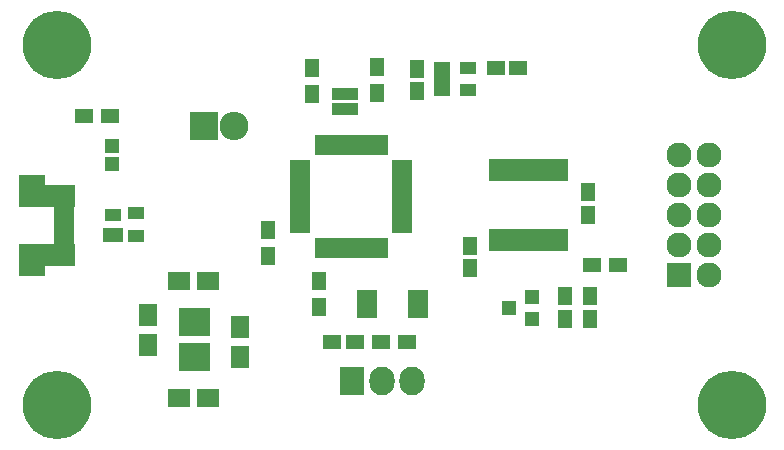
<source format=gts>
G04 #@! TF.FileFunction,Soldermask,Top*
%FSLAX46Y46*%
G04 Gerber Fmt 4.6, Leading zero omitted, Abs format (unit mm)*
G04 Created by KiCad (PCBNEW 4.0.2-stable) date 7/3/2016 12:03:50 AM*
%MOMM*%
G01*
G04 APERTURE LIST*
%ADD10C,0.100000*%
%ADD11R,2.127200X2.127200*%
%ADD12O,2.127200X2.127200*%
%ADD13R,1.150000X1.600000*%
%ADD14R,1.650000X1.900000*%
%ADD15R,1.600000X1.150000*%
%ADD16R,1.900000X1.650000*%
%ADD17R,1.300000X1.600000*%
%ADD18R,1.600000X1.300000*%
%ADD19R,1.460000X1.050000*%
%ADD20R,1.700000X0.650000*%
%ADD21R,0.650000X1.700000*%
%ADD22R,0.850000X1.850000*%
%ADD23R,1.200100X1.200100*%
%ADD24R,1.250000X1.050000*%
%ADD25R,2.432000X2.432000*%
%ADD26O,2.432000X2.432000*%
%ADD27R,2.127200X2.432000*%
%ADD28O,2.127200X2.432000*%
%ADD29R,0.740000X2.400000*%
%ADD30R,1.197560X1.197560*%
%ADD31R,1.800000X2.400000*%
%ADD32C,5.800000*%
%ADD33R,1.780000X0.850000*%
%ADD34R,2.500000X1.875000*%
%ADD35R,2.300000X2.775000*%
%ADD36R,1.400000X1.000000*%
%ADD37R,1.700000X1.300000*%
G04 APERTURE END LIST*
D10*
D11*
X103705000Y-78000000D03*
D12*
X106245000Y-78000000D03*
X103705000Y-75460000D03*
X106245000Y-75460000D03*
X103705000Y-72920000D03*
X106245000Y-72920000D03*
X103705000Y-70380000D03*
X106245000Y-70380000D03*
X103705000Y-67840000D03*
X106245000Y-67840000D03*
D13*
X81504000Y-62410000D03*
X81504000Y-60510000D03*
D14*
X58771000Y-83919000D03*
X58771000Y-81419000D03*
D15*
X88174000Y-60444000D03*
X90074000Y-60444000D03*
D16*
X63831000Y-88384000D03*
X61331000Y-88384000D03*
D14*
X66518000Y-84935000D03*
X66518000Y-82435000D03*
D15*
X76231000Y-83685000D03*
X74331000Y-83685000D03*
D13*
X86012500Y-75496000D03*
X86012500Y-77396000D03*
X96007400Y-72900200D03*
X96007400Y-71000200D03*
D16*
X63831000Y-78478000D03*
X61331000Y-78478000D03*
D13*
X94077000Y-79775900D03*
X94077000Y-81675900D03*
X96147100Y-79775900D03*
X96147100Y-81675900D03*
D17*
X68931000Y-76403000D03*
X68931000Y-74203000D03*
X73236300Y-80721000D03*
X73236300Y-78521000D03*
D18*
X96329800Y-77169900D03*
X98529800Y-77169900D03*
D17*
X72614000Y-60487000D03*
X72614000Y-62687000D03*
X78138500Y-60372700D03*
X78138500Y-62572700D03*
D19*
X83663000Y-60449000D03*
X83663000Y-61399000D03*
X83663000Y-62349000D03*
X85863000Y-62349000D03*
X85863000Y-60449000D03*
D20*
X71591400Y-68590600D03*
X71591400Y-69090600D03*
X71591400Y-69590600D03*
X71591400Y-70090600D03*
X71591400Y-70590600D03*
X71591400Y-71090600D03*
X71591400Y-71590600D03*
X71591400Y-72090600D03*
X71591400Y-72590600D03*
X71591400Y-73090600D03*
X71591400Y-73590600D03*
X71591400Y-74090600D03*
D21*
X73191400Y-75690600D03*
X73691400Y-75690600D03*
X74191400Y-75690600D03*
X74691400Y-75690600D03*
X75191400Y-75690600D03*
X75691400Y-75690600D03*
X76191400Y-75690600D03*
X76691400Y-75690600D03*
X77191400Y-75690600D03*
X77691400Y-75690600D03*
X78191400Y-75690600D03*
X78691400Y-75690600D03*
D20*
X80291400Y-74090600D03*
X80291400Y-73590600D03*
X80291400Y-73090600D03*
X80291400Y-72590600D03*
X80291400Y-72090600D03*
X80291400Y-71590600D03*
X80291400Y-71090600D03*
X80291400Y-70590600D03*
X80291400Y-70090600D03*
X80291400Y-69590600D03*
X80291400Y-69090600D03*
X80291400Y-68590600D03*
D21*
X78691400Y-66990600D03*
X78191400Y-66990600D03*
X77691400Y-66990600D03*
X77191400Y-66990600D03*
X76691400Y-66990600D03*
X76191400Y-66990600D03*
X75691400Y-66990600D03*
X75191400Y-66990600D03*
X74691400Y-66990600D03*
X74191400Y-66990600D03*
X73691400Y-66990600D03*
X73191400Y-66990600D03*
D22*
X93865100Y-69127200D03*
X93215100Y-69127200D03*
X92565100Y-69127200D03*
X91915100Y-69127200D03*
X91265100Y-69127200D03*
X90615100Y-69127200D03*
X89965100Y-69127200D03*
X89315100Y-69127200D03*
X88665100Y-69127200D03*
X88015100Y-69127200D03*
X88015100Y-75027200D03*
X88665100Y-75027200D03*
X89315100Y-75027200D03*
X89965100Y-75027200D03*
X90615100Y-75027200D03*
X91265100Y-75027200D03*
X91915100Y-75027200D03*
X92565100Y-75027200D03*
X93215100Y-75027200D03*
X93865100Y-75027200D03*
D23*
X91267760Y-81714000D03*
X91267760Y-79814000D03*
X89268780Y-80764000D03*
D24*
X74874600Y-62665900D03*
X75950900Y-62665900D03*
X74887300Y-63949200D03*
X75950900Y-63949200D03*
D25*
X63520800Y-65409700D03*
D26*
X66060800Y-65409700D03*
D27*
X76043000Y-86987000D03*
D28*
X78583000Y-86987000D03*
X81123000Y-86987000D03*
D29*
X63683000Y-84931000D03*
X63683000Y-81931000D03*
X63033000Y-84931000D03*
X63033000Y-81931000D03*
X62383000Y-84931000D03*
X62383000Y-81931000D03*
X61733000Y-84931000D03*
X61733000Y-81931000D03*
D30*
X55723000Y-68559300D03*
X55723000Y-67060700D03*
D18*
X55553000Y-64508000D03*
X53353000Y-64508000D03*
D31*
X81589900Y-80484600D03*
X77277900Y-80484600D03*
D32*
X51000000Y-89000000D03*
X51000000Y-58520000D03*
X108150000Y-58520000D03*
X108150000Y-89000000D03*
D18*
X80699000Y-83685000D03*
X78499000Y-83685000D03*
D33*
X51608900Y-75115400D03*
X51608900Y-74465400D03*
X51608900Y-73815400D03*
X51608900Y-73165400D03*
X51608900Y-72515400D03*
D34*
X51253300Y-76287300D03*
X51253300Y-71334300D03*
D35*
X48945900Y-70877100D03*
X48945900Y-76731800D03*
D36*
X55750300Y-72917000D03*
X57755000Y-74668000D03*
X57755000Y-72724900D03*
D37*
X55750300Y-74580600D03*
M02*

</source>
